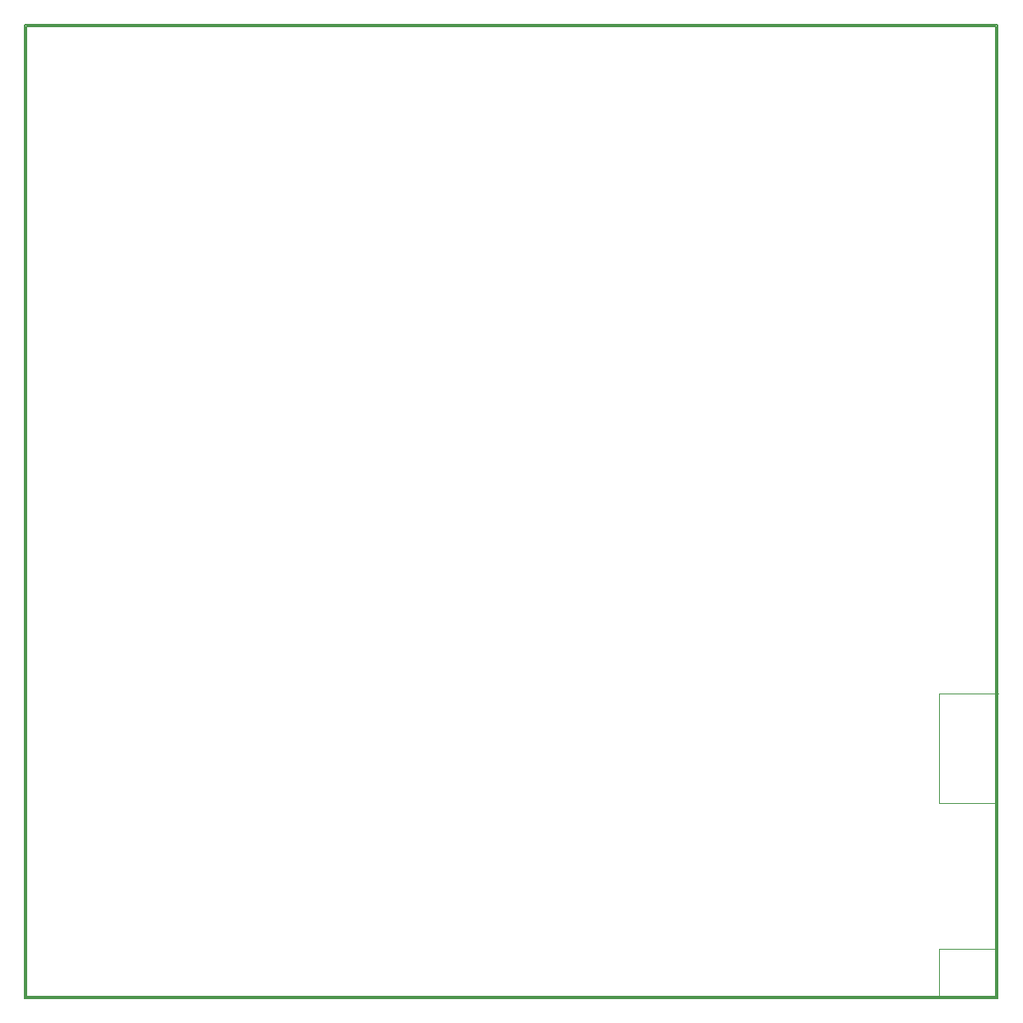
<source format=gko>
G04*
G04 #@! TF.GenerationSoftware,Altium Limited,CircuitStudio,1.5.2 (30)*
G04*
G04 Layer_Color=16720538*
%FSLAX44Y44*%
%MOMM*%
G71*
G01*
G75*
%ADD51C,0.1500*%
%ADD52C,0.1000*%
D51*
X257000Y1259000D02*
X1255000D01*
X257000Y261000D02*
X1255000D01*
Y1259000D01*
X257000Y261000D02*
Y1259000D01*
X256000Y1260000D02*
X1256000D01*
X256000Y260000D02*
X1256000D01*
Y1260000D01*
X256000Y260000D02*
Y1260000D01*
D52*
X1196000Y260000D02*
Y310000D01*
Y573000D02*
X1257000D01*
X1196000Y460000D02*
Y573000D01*
Y460000D02*
X1252000D01*
X1196000Y260000D02*
X1199000D01*
X1252000Y460000D02*
X1256000D01*
X1196000Y310000D02*
X1242000D01*
X1256000D01*
Y317000D01*
M02*

</source>
